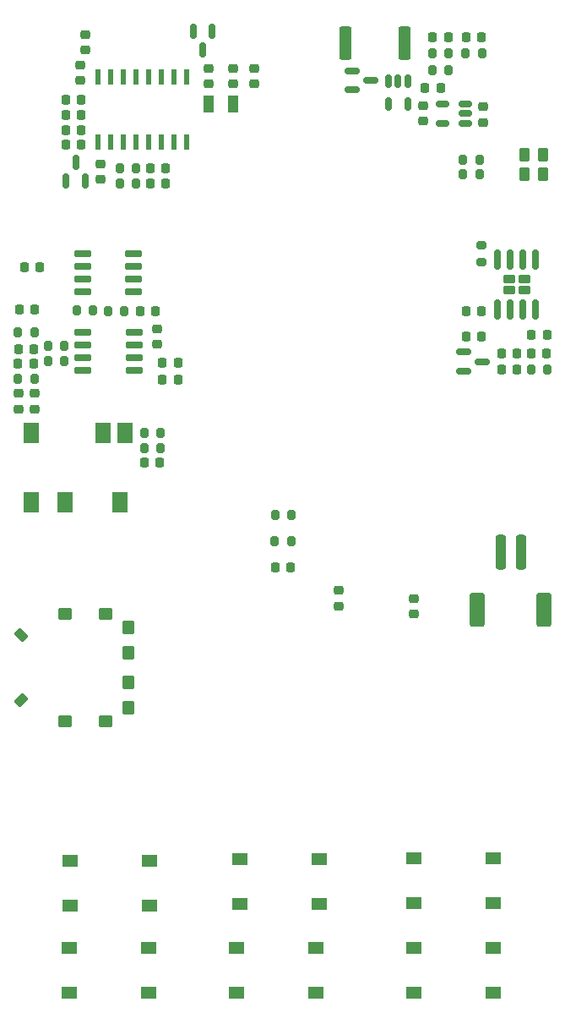
<source format=gbr>
%TF.GenerationSoftware,KiCad,Pcbnew,8.0.5*%
%TF.CreationDate,2024-11-28T19:31:39+00:00*%
%TF.ProjectId,ScoutAM,53636f75-7441-44d2-9e6b-696361645f70,rev?*%
%TF.SameCoordinates,Original*%
%TF.FileFunction,Paste,Top*%
%TF.FilePolarity,Positive*%
%FSLAX46Y46*%
G04 Gerber Fmt 4.6, Leading zero omitted, Abs format (unit mm)*
G04 Created by KiCad (PCBNEW 8.0.5) date 2024-11-28 19:31:39*
%MOMM*%
%LPD*%
G01*
G04 APERTURE LIST*
G04 Aperture macros list*
%AMRoundRect*
0 Rectangle with rounded corners*
0 $1 Rounding radius*
0 $2 $3 $4 $5 $6 $7 $8 $9 X,Y pos of 4 corners*
0 Add a 4 corners polygon primitive as box body*
4,1,4,$2,$3,$4,$5,$6,$7,$8,$9,$2,$3,0*
0 Add four circle primitives for the rounded corners*
1,1,$1+$1,$2,$3*
1,1,$1+$1,$4,$5*
1,1,$1+$1,$6,$7*
1,1,$1+$1,$8,$9*
0 Add four rect primitives between the rounded corners*
20,1,$1+$1,$2,$3,$4,$5,0*
20,1,$1+$1,$4,$5,$6,$7,0*
20,1,$1+$1,$6,$7,$8,$9,0*
20,1,$1+$1,$8,$9,$2,$3,0*%
G04 Aperture macros list end*
%ADD10RoundRect,0.250000X0.262500X0.450000X-0.262500X0.450000X-0.262500X-0.450000X0.262500X-0.450000X0*%
%ADD11RoundRect,0.225000X0.250000X-0.225000X0.250000X0.225000X-0.250000X0.225000X-0.250000X-0.225000X0*%
%ADD12RoundRect,0.225000X-0.225000X-0.250000X0.225000X-0.250000X0.225000X0.250000X-0.225000X0.250000X0*%
%ADD13RoundRect,0.200000X-0.200000X-0.275000X0.200000X-0.275000X0.200000X0.275000X-0.200000X0.275000X0*%
%ADD14RoundRect,0.150000X0.512500X0.150000X-0.512500X0.150000X-0.512500X-0.150000X0.512500X-0.150000X0*%
%ADD15RoundRect,0.200000X0.200000X0.275000X-0.200000X0.275000X-0.200000X-0.275000X0.200000X-0.275000X0*%
%ADD16RoundRect,0.218750X0.256250X-0.218750X0.256250X0.218750X-0.256250X0.218750X-0.256250X-0.218750X0*%
%ADD17RoundRect,0.225000X-0.250000X0.225000X-0.250000X-0.225000X0.250000X-0.225000X0.250000X0.225000X0*%
%ADD18RoundRect,0.218750X-0.218750X-0.256250X0.218750X-0.256250X0.218750X0.256250X-0.218750X0.256250X0*%
%ADD19RoundRect,0.150000X-0.725000X-0.150000X0.725000X-0.150000X0.725000X0.150000X-0.725000X0.150000X0*%
%ADD20RoundRect,0.218750X-0.256250X0.218750X-0.256250X-0.218750X0.256250X-0.218750X0.256250X0.218750X0*%
%ADD21RoundRect,0.150000X-0.150000X0.512500X-0.150000X-0.512500X0.150000X-0.512500X0.150000X0.512500X0*%
%ADD22R,1.500000X2.000000*%
%ADD23RoundRect,0.150000X-0.587500X-0.150000X0.587500X-0.150000X0.587500X0.150000X-0.587500X0.150000X0*%
%ADD24RoundRect,0.200000X-0.275000X0.200000X-0.275000X-0.200000X0.275000X-0.200000X0.275000X0.200000X0*%
%ADD25R,1.000000X1.800000*%
%ADD26RoundRect,0.225000X0.225000X0.250000X-0.225000X0.250000X-0.225000X-0.250000X0.225000X-0.250000X0*%
%ADD27R,1.550000X1.300000*%
%ADD28RoundRect,0.218750X0.218750X0.256250X-0.218750X0.256250X-0.218750X-0.256250X0.218750X-0.256250X0*%
%ADD29RoundRect,0.137500X-0.137500X0.662500X-0.137500X-0.662500X0.137500X-0.662500X0.137500X0.662500X0*%
%ADD30RoundRect,0.250000X-0.362500X-1.425000X0.362500X-1.425000X0.362500X1.425000X-0.362500X1.425000X0*%
%ADD31RoundRect,0.230000X-0.375000X0.230000X-0.375000X-0.230000X0.375000X-0.230000X0.375000X0.230000X0*%
%ADD32RoundRect,0.150000X-0.150000X0.825000X-0.150000X-0.825000X0.150000X-0.825000X0.150000X0.825000X0*%
%ADD33RoundRect,0.250000X-0.250000X-1.500000X0.250000X-1.500000X0.250000X1.500000X-0.250000X1.500000X0*%
%ADD34RoundRect,0.250001X-0.499999X-1.449999X0.499999X-1.449999X0.499999X1.449999X-0.499999X1.449999X0*%
%ADD35RoundRect,0.150000X0.150000X-0.587500X0.150000X0.587500X-0.150000X0.587500X-0.150000X-0.587500X0*%
%ADD36RoundRect,0.150000X-0.150000X0.587500X-0.150000X-0.587500X0.150000X-0.587500X0.150000X0.587500X0*%
%ADD37RoundRect,0.120000X0.530000X0.480000X-0.530000X0.480000X-0.530000X-0.480000X0.530000X-0.480000X0*%
%ADD38RoundRect,0.085000X-0.604576X-0.123744X-0.123744X-0.604576X0.604576X0.123744X0.123744X0.604576X0*%
%ADD39RoundRect,0.085000X0.123744X-0.604576X0.604576X-0.123744X-0.123744X0.604576X-0.604576X0.123744X0*%
%ADD40RoundRect,0.120000X-0.480000X0.530000X-0.480000X-0.530000X0.480000X-0.530000X0.480000X0.530000X0*%
G04 APERTURE END LIST*
D10*
%TO.C,R2*%
X123592500Y-65570000D03*
X121767500Y-65570000D03*
%TD*%
%TO.C,R1*%
X123592500Y-63640000D03*
X121767500Y-63640000D03*
%TD*%
D11*
%TO.C,C26*%
X94650000Y-56575000D03*
X94650000Y-55025000D03*
%TD*%
D12*
%TO.C,C11*%
X70990000Y-84590000D03*
X72540000Y-84590000D03*
%TD*%
D13*
%TO.C,R9*%
X96755000Y-99740000D03*
X98405000Y-99740000D03*
%TD*%
D14*
%TO.C,U5*%
X115810000Y-60500000D03*
X115810000Y-59550000D03*
X115810000Y-58600000D03*
X113535000Y-58600000D03*
X113535000Y-60500000D03*
%TD*%
D12*
%TO.C,C28*%
X111815000Y-57000000D03*
X113365000Y-57000000D03*
%TD*%
D15*
%TO.C,R6*%
X81655000Y-79300000D03*
X80005000Y-79300000D03*
%TD*%
D13*
%TO.C,R15*%
X83645000Y-93040000D03*
X85295000Y-93040000D03*
%TD*%
D16*
%TO.C,L3*%
X77270000Y-56227500D03*
X77270000Y-54652500D03*
%TD*%
D11*
%TO.C,C16*%
X117660000Y-60415000D03*
X117660000Y-58865000D03*
%TD*%
D12*
%TO.C,C10*%
X119465000Y-85190000D03*
X121015000Y-85190000D03*
%TD*%
D17*
%TO.C,C14*%
X79270000Y-64570000D03*
X79270000Y-66120000D03*
%TD*%
D18*
%TO.C,L4*%
X75772500Y-58200000D03*
X77347500Y-58200000D03*
%TD*%
D13*
%TO.C,R12*%
X73975000Y-84360000D03*
X75625000Y-84360000D03*
%TD*%
D19*
%TO.C,U3*%
X77490000Y-81420000D03*
X77490000Y-82690000D03*
X77490000Y-83960000D03*
X77490000Y-85230000D03*
X82640000Y-85230000D03*
X82640000Y-83960000D03*
X82640000Y-82690000D03*
X82640000Y-81420000D03*
%TD*%
D20*
%TO.C,L1*%
X72690000Y-87552500D03*
X72690000Y-89127500D03*
%TD*%
D15*
%TO.C,R7*%
X78525000Y-79280000D03*
X76875000Y-79280000D03*
%TD*%
D11*
%TO.C,C23*%
X84910000Y-82635000D03*
X84910000Y-81085000D03*
%TD*%
D13*
%TO.C,R3*%
X122415000Y-85190000D03*
X124065000Y-85190000D03*
%TD*%
D12*
%TO.C,C29*%
X112575000Y-51930000D03*
X114125000Y-51930000D03*
%TD*%
D21*
%TO.C,U8*%
X110050000Y-56270000D03*
X109100000Y-56270000D03*
X108150000Y-56270000D03*
X108150000Y-58545000D03*
X110050000Y-58545000D03*
%TD*%
D22*
%TO.C,J3*%
X72330000Y-98500000D03*
X72330000Y-91500000D03*
X75730000Y-98500000D03*
X79530000Y-91500000D03*
X81230000Y-98500000D03*
X81730000Y-91500000D03*
%TD*%
D15*
%TO.C,R14*%
X72635000Y-81480000D03*
X70985000Y-81480000D03*
%TD*%
D23*
%TO.C,Q2*%
X104512500Y-55270000D03*
X104512500Y-57170000D03*
X106387500Y-56220000D03*
%TD*%
D11*
%TO.C,C15*%
X92570000Y-56565000D03*
X92570000Y-55015000D03*
%TD*%
D24*
%TO.C,R8*%
X117430000Y-72745000D03*
X117430000Y-74395000D03*
%TD*%
D25*
%TO.C,Y1*%
X90080000Y-58610000D03*
X92580000Y-58610000D03*
%TD*%
D12*
%TO.C,C12*%
X71015000Y-83120000D03*
X72565000Y-83120000D03*
%TD*%
%TO.C,C20*%
X84245000Y-66540000D03*
X85795000Y-66540000D03*
%TD*%
D26*
%TO.C,C2*%
X117480000Y-81870000D03*
X115930000Y-81870000D03*
%TD*%
%TO.C,C7*%
X72665000Y-79200000D03*
X71115000Y-79200000D03*
%TD*%
D27*
%TO.C,SW3*%
X110660000Y-134070000D03*
X118610000Y-134070000D03*
X110660000Y-138570000D03*
X118610000Y-138570000D03*
%TD*%
D28*
%TO.C,L5*%
X77357500Y-59680000D03*
X75782500Y-59680000D03*
%TD*%
D13*
%TO.C,R11*%
X73995000Y-82790000D03*
X75645000Y-82790000D03*
%TD*%
D29*
%TO.C,U6*%
X87920000Y-55870000D03*
X86650000Y-55870000D03*
X85380000Y-55870000D03*
X84110000Y-55870000D03*
X82840000Y-55870000D03*
X81570000Y-55870000D03*
X80300000Y-55870000D03*
X79030000Y-55870000D03*
X79030000Y-62370000D03*
X80300000Y-62370000D03*
X81570000Y-62370000D03*
X82840000Y-62370000D03*
X84110000Y-62370000D03*
X85380000Y-62370000D03*
X86650000Y-62370000D03*
X87920000Y-62370000D03*
%TD*%
D27*
%TO.C,SW5*%
X92905000Y-143110000D03*
X100855000Y-143110000D03*
X92905000Y-147610000D03*
X100855000Y-147610000D03*
%TD*%
D17*
%TO.C,C1*%
X110640000Y-108095000D03*
X110640000Y-109645000D03*
%TD*%
D15*
%TO.C,R16*%
X85280000Y-91550000D03*
X83630000Y-91550000D03*
%TD*%
D12*
%TO.C,C27*%
X75805000Y-61170000D03*
X77355000Y-61170000D03*
%TD*%
D26*
%TO.C,C3*%
X117480000Y-79360000D03*
X115930000Y-79360000D03*
%TD*%
D27*
%TO.C,SW4*%
X76110000Y-143110000D03*
X84060000Y-143110000D03*
X76110000Y-147610000D03*
X84060000Y-147610000D03*
%TD*%
D30*
%TO.C,R19*%
X103817500Y-52530000D03*
X109742500Y-52530000D03*
%TD*%
D31*
%TO.C,U2*%
X121750000Y-76110000D03*
X120250000Y-76110000D03*
X121750000Y-77250000D03*
X120250000Y-77250000D03*
D32*
X122905000Y-74205000D03*
X121635000Y-74205000D03*
X120365000Y-74205000D03*
X119095000Y-74205000D03*
X119095000Y-79155000D03*
X120365000Y-79155000D03*
X121635000Y-79155000D03*
X122905000Y-79155000D03*
%TD*%
D11*
%TO.C,C19*%
X111620000Y-60285000D03*
X111620000Y-58735000D03*
%TD*%
D13*
%TO.C,R18*%
X81210000Y-65000000D03*
X82860000Y-65000000D03*
%TD*%
D27*
%TO.C,SW2*%
X93240000Y-134180000D03*
X101190000Y-134180000D03*
X93240000Y-138680000D03*
X101190000Y-138680000D03*
%TD*%
%TO.C,SW1*%
X76210000Y-134360000D03*
X84160000Y-134360000D03*
X76210000Y-138860000D03*
X84160000Y-138860000D03*
%TD*%
D33*
%TO.C,J2*%
X119400000Y-103450000D03*
X121400000Y-103450000D03*
D34*
X117050000Y-109200000D03*
X123750000Y-109200000D03*
%TD*%
D15*
%TO.C,R4*%
X117245000Y-64140000D03*
X115595000Y-64140000D03*
%TD*%
D35*
%TO.C,D5*%
X75830000Y-66295000D03*
X77730000Y-66295000D03*
X76780000Y-64420000D03*
%TD*%
D12*
%TO.C,C25*%
X75805000Y-62670000D03*
X77355000Y-62670000D03*
%TD*%
D27*
%TO.C,SW6*%
X110700000Y-143070000D03*
X118650000Y-143070000D03*
X110700000Y-147570000D03*
X118650000Y-147570000D03*
%TD*%
D17*
%TO.C,C24*%
X77730000Y-51635000D03*
X77730000Y-53185000D03*
%TD*%
D26*
%TO.C,C6*%
X87030000Y-86220000D03*
X85480000Y-86220000D03*
%TD*%
D13*
%TO.C,R5*%
X115595000Y-65630000D03*
X117245000Y-65630000D03*
%TD*%
%TO.C,R13*%
X70975000Y-86060000D03*
X72625000Y-86060000D03*
%TD*%
%TO.C,R10*%
X96745000Y-102330000D03*
X98395000Y-102330000D03*
%TD*%
D12*
%TO.C,C9*%
X119445000Y-83570000D03*
X120995000Y-83570000D03*
%TD*%
D20*
%TO.C,L2*%
X71080000Y-87542500D03*
X71080000Y-89117500D03*
%TD*%
D18*
%TO.C,D2*%
X122425000Y-83590000D03*
X124000000Y-83590000D03*
%TD*%
D23*
%TO.C,Q1*%
X115700000Y-83420000D03*
X115700000Y-85320000D03*
X117575000Y-84370000D03*
%TD*%
D13*
%TO.C,R21*%
X112535000Y-53530000D03*
X114185000Y-53530000D03*
%TD*%
D12*
%TO.C,C5*%
X85480000Y-84510000D03*
X87030000Y-84510000D03*
%TD*%
D13*
%TO.C,R22*%
X115850000Y-53470000D03*
X117500000Y-53470000D03*
%TD*%
D36*
%TO.C,D4*%
X90480000Y-51330000D03*
X88580000Y-51330000D03*
X89530000Y-53205000D03*
%TD*%
D26*
%TO.C,C8*%
X98345000Y-104960000D03*
X96795000Y-104960000D03*
%TD*%
D11*
%TO.C,C13*%
X90090000Y-56595000D03*
X90090000Y-55045000D03*
%TD*%
D13*
%TO.C,R17*%
X81195000Y-66520000D03*
X82845000Y-66520000D03*
%TD*%
D18*
%TO.C,D1*%
X122445000Y-81680000D03*
X124020000Y-81680000D03*
%TD*%
D12*
%TO.C,C21*%
X84230000Y-65020000D03*
X85780000Y-65020000D03*
%TD*%
D15*
%TO.C,R20*%
X114185000Y-55200000D03*
X112535000Y-55200000D03*
%TD*%
D11*
%TO.C,C4*%
X103110000Y-108855000D03*
X103110000Y-107305000D03*
%TD*%
D19*
%TO.C,U7*%
X77455000Y-73550000D03*
X77455000Y-74820000D03*
X77455000Y-76090000D03*
X77455000Y-77360000D03*
X82605000Y-77360000D03*
X82605000Y-76090000D03*
X82605000Y-74820000D03*
X82605000Y-73550000D03*
%TD*%
D26*
%TO.C,C30*%
X117435000Y-51920000D03*
X115885000Y-51920000D03*
%TD*%
D37*
%TO.C,SW7*%
X75670001Y-120399985D03*
X79770001Y-120399985D03*
D38*
X71270001Y-118252675D03*
D39*
X71270000Y-111747325D03*
D37*
X75670001Y-109599985D03*
X79770001Y-109599985D03*
D40*
X82070001Y-118999985D03*
X82070001Y-116474985D03*
X82070001Y-113524985D03*
X82070001Y-110999985D03*
%TD*%
D26*
%TO.C,C17*%
X85225000Y-94520000D03*
X83675000Y-94520000D03*
%TD*%
%TO.C,C18*%
X73165000Y-74940000D03*
X71615000Y-74940000D03*
%TD*%
D12*
%TO.C,C22*%
X83205000Y-79300000D03*
X84755000Y-79300000D03*
%TD*%
M02*

</source>
